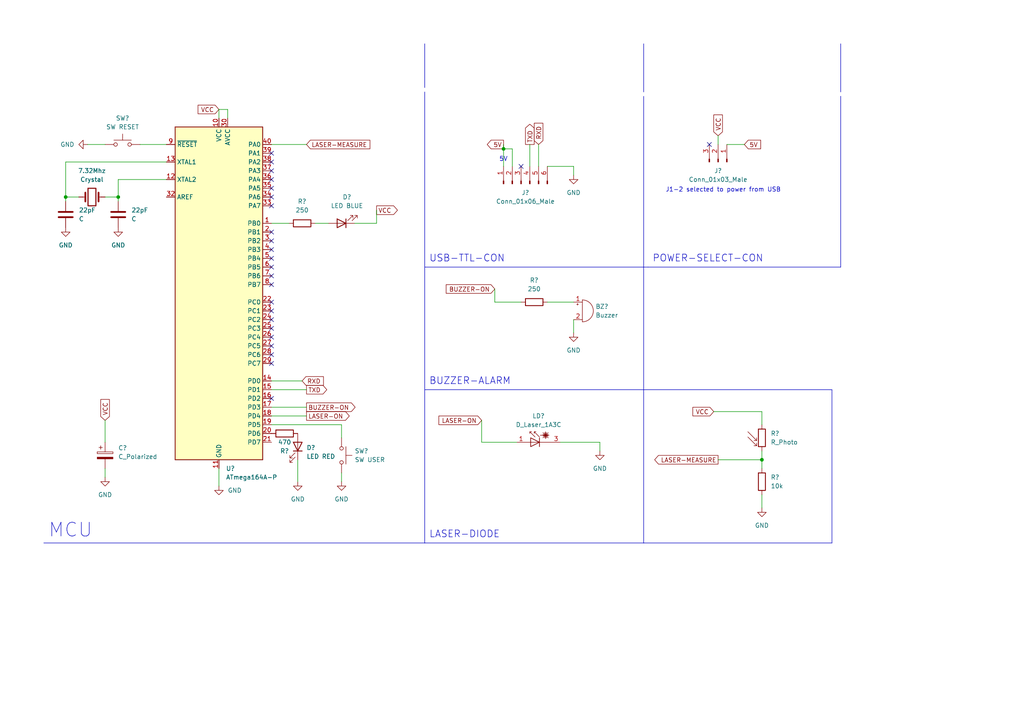
<source format=kicad_sch>
(kicad_sch (version 20230121) (generator eeschema)
  (paper "A4")
  (title_block (title "Laser-security-system") (date "31.05.2023") (rev "v1.0"))
  (lib_symbols
    (symbol "Connector:Conn_01x03_Male" (pin_names (offset 1.016) hide)
      (property "Reference" "J" (at 0 5.08 0))
      (property "Value" "Conn_01x03_Male" (at 0 -5.08 0))
      (symbol "Conn_01x03_Male_1_1"
        (polyline (pts (xy 1.27 -2.54) (xy 0.8636 -2.54)) (stroke (width 0.1524)))
        (polyline (pts (xy 1.27 0) (xy 0.8636 0)) (stroke (width 0.1524)))
        (polyline (pts (xy 1.27 2.54) (xy 0.8636 2.54)) (stroke (width 0.1524)))
        (rectangle (start 0.8636 -2.413) (end 0 -2.667) (stroke (width 0.1524)) (fill (type outline)))
        (rectangle (start 0.8636 0.127) (end 0 -0.127) (stroke (width 0.1524)) (fill (type outline)))
        (rectangle (start 0.8636 2.667) (end 0 2.413) (stroke (width 0.1524)) (fill (type outline)))
        (pin passive line (at 5.08 2.54 180) (length 3.81) (name "Pin_1") (number "1"))
        (pin passive line (at 5.08 0 180) (length 3.81) (name "Pin_2") (number "2"))
        (pin passive line (at 5.08 -2.54 180) (length 3.81) (name "Pin_3") (number "3"))
      )
    )
    (symbol "Connector:Conn_01x06_Male" (pin_names (offset 1.016) hide)
      (property "Reference" "J" (at 0 7.62 0))
      (property "Value" "Conn_01x06_Male" (at 0 -10.16 0))
      (symbol "Conn_01x06_Male_1_1"
        (polyline (pts (xy 1.27 -7.62) (xy 0.8636 -7.62)) (stroke (width 0.1524)))
        (polyline (pts (xy 1.27 -5.08) (xy 0.8636 -5.08)) (stroke (width 0.1524)))
        (polyline (pts (xy 1.27 -2.54) (xy 0.8636 -2.54)) (stroke (width 0.1524)))
        (polyline (pts (xy 1.27 0) (xy 0.8636 0)) (stroke (width 0.1524)))
        (polyline (pts (xy 1.27 2.54) (xy 0.8636 2.54)) (stroke (width 0.1524)))
        (polyline (pts (xy 1.27 5.08) (xy 0.8636 5.08)) (stroke (width 0.1524)))
        (rectangle (start 0.8636 -7.493) (end 0 -7.747) (stroke (width 0.1524)) (fill (type outline)))
        (rectangle (start 0.8636 -4.953) (end 0 -5.207) (stroke (width 0.1524)) (fill (type outline)))
        (rectangle (start 0.8636 -2.413) (end 0 -2.667) (stroke (width 0.1524)) (fill (type outline)))
        (rectangle (start 0.8636 0.127) (end 0 -0.127) (stroke (width 0.1524)) (fill (type outline)))
        (rectangle (start 0.8636 2.667) (end 0 2.413) (stroke (width 0.1524)) (fill (type outline)))
        (rectangle (start 0.8636 5.207) (end 0 4.953) (stroke (width 0.1524)) (fill (type outline)))
        (pin passive line (at 5.08 5.08 180) (length 3.81) (name "Pin_1") (number "1"))
        (pin passive line (at 5.08 2.54 180) (length 3.81) (name "Pin_2") (number "2"))
        (pin passive line (at 5.08 0 180) (length 3.81) (name "Pin_3") (number "3"))
        (pin passive line (at 5.08 -2.54 180) (length 3.81) (name "Pin_4") (number "4"))
        (pin passive line (at 5.08 -5.08 180) (length 3.81) (name "Pin_5") (number "5"))
        (pin passive line (at 5.08 -7.62 180) (length 3.81) (name "Pin_6") (number "6"))
      )
    )
    (symbol "Device:Buzzer" (pin_names (offset 0.0254) hide)
      (property "Reference" "BZ" (at 3.81 1.27 0))
      (property "Value" "Buzzer" (at 3.81 -1.27 0))
      (symbol "Buzzer_0_1"
        (arc (start 0 -3.175) (mid 3.1612 0) (end 0 3.175))
        (polyline (pts (xy -1.651 1.905) (xy -1.143 1.905)))
        (polyline (pts (xy -1.397 2.159) (xy -1.397 1.651)))
        (polyline (pts (xy 0 3.175) (xy 0 -3.175)))
      )
      (symbol "Buzzer_1_1"
        (pin passive line (at -2.54 2.54 0) (length 2.54) (name "-") (number "1"))
        (pin passive line (at -2.54 -2.54 0) (length 2.54) (name "+") (number "2"))
      )
    )
    (symbol "Device:C" (pin_numbers hide) (pin_names (offset 0.254))
      (property "Reference" "C" (at 0.635 2.54 0))
      (property "Value" "C" (at 0.635 -2.54 0))
      (symbol "C_0_1"
        (polyline (pts (xy -2.032 -0.762) (xy 2.032 -0.762)) (stroke (width 0.508)))
        (polyline (pts (xy -2.032 0.762) (xy 2.032 0.762)) (stroke (width 0.508)))
      )
      (symbol "C_1_1"
        (pin passive line (at 0 3.81 270) (length 2.794) (name "~") (number "1"))
        (pin passive line (at 0 -3.81 90) (length 2.794) (name "~") (number "2"))
      )
    )
    (symbol "Device:C_Polarized" (pin_numbers hide) (pin_names (offset 0.254))
      (property "Reference" "C" (at 0.635 2.54 0))
      (property "Value" "C_Polarized" (at 0.635 -2.54 0))
      (symbol "C_Polarized_0_1"
        (rectangle (start -2.286 0.508) (end 2.286 1.016))
        (polyline (pts (xy -1.778 2.286) (xy -0.762 2.286)))
        (polyline (pts (xy -1.27 2.794) (xy -1.27 1.778)))
        (rectangle (start 2.286 -0.508) (end -2.286 -1.016) (fill (type outline)))
      )
      (symbol "C_Polarized_1_1"
        (pin passive line (at 0 3.81 270) (length 2.794) (name "~") (number "1"))
        (pin passive line (at 0 -3.81 90) (length 2.794) (name "~") (number "2"))
      )
    )
    (symbol "Device:Crystal" (pin_numbers hide) (pin_names (offset 1.016) hide)
      (property "Reference" "Y" (at 0 3.81 0))
      (property "Value" "Crystal" (at 0 -3.81 0))
      (symbol "Crystal_0_1"
        (rectangle (start -1.143 2.54) (end 1.143 -2.54) (stroke (width 0.3048)))
        (polyline (pts (xy -2.54 0) (xy -1.905 0)))
        (polyline (pts (xy -1.905 -1.27) (xy -1.905 1.27)) (stroke (width 0.508)))
        (polyline (pts (xy 1.905 -1.27) (xy 1.905 1.27)) (stroke (width 0.508)))
        (polyline (pts (xy 2.54 0) (xy 1.905 0)))
      )
      (symbol "Crystal_1_1"
        (pin passive line (at -3.81 0 0) (length 1.27) (name "1") (number "1"))
        (pin passive line (at 3.81 0 180) (length 1.27) (name "2") (number "2"))
      )
    )
    (symbol "Device:D_Laser_1A3C" (pin_names (offset 1.016) hide)
      (property "Reference" "LD" (at -1.27 4.445 0))
      (property "Value" "D_Laser_1A3C" (at -1.27 -2.54 0))
      (symbol "D_Laser_1A3C_0_1"
        (polyline (pts (xy -4.064 1.27) (xy -2.54 2.794)))
        (polyline (pts (xy -4.064 1.778) (xy -2.54 2.286)))
        (polyline (pts (xy -4.064 2.286) (xy -2.54 1.778)))
        (polyline (pts (xy -4.064 2.794) (xy -2.54 1.27)))
        (polyline (pts (xy -3.556 2.794) (xy -3.048 1.27)))
        (polyline (pts (xy -3.302 2.032) (xy -3.302 1.016)))
        (polyline (pts (xy -3.302 2.032) (xy -3.302 3.048)))
        (polyline (pts (xy -3.048 2.794) (xy -3.556 1.27)))
        (polyline (pts (xy -1.778 2.032) (xy -4.318 2.032)))
        (polyline (pts (xy -1.524 1.27) (xy -1.524 -1.27)) (stroke (width 0.2032)))
        (polyline (pts (xy 1.27 3.048) (xy 0.762 3.048)))
        (polyline (pts (xy 2.54 0) (xy -5.08 0)))
        (polyline (pts (xy -0.254 1.524) (xy 1.27 3.048) (xy 1.27 2.54)))
        (polyline (pts (xy 1.016 1.27) (xy 1.016 -1.27) (xy -1.524 0) (xy 1.016 1.27)) (stroke (width 0.2032)))
        (polyline (pts (xy -1.524 1.524) (xy 0 3.048) (xy 0 2.54) (xy 0 3.048) (xy -0.508 3.048)))
      )
      (symbol "D_Laser_1A3C_1_1"
        (pin passive line (at 5.08 0 180) (length 2.54) (name "A") (number "1"))
        (pin passive line (at -7.62 0 0) (length 2.54) (name "K") (number "3"))
      )
    )
    (symbol "Device:LED" (pin_numbers hide) (pin_names (offset 1.016) hide)
      (property "Reference" "D" (at 0 2.54 0))
      (property "Value" "LED" (at 0 -2.54 0))
      (symbol "LED_0_1"
        (polyline (pts (xy -1.27 -1.27) (xy -1.27 1.27)) (stroke (width 0.254)))
        (polyline (pts (xy -1.27 0) (xy 1.27 0)))
        (polyline (pts (xy 1.27 -1.27) (xy 1.27 1.27) (xy -1.27 0) (xy 1.27 -1.27)) (stroke (width 0.254)))
        (polyline (pts (xy -3.048 -0.762) (xy -4.572 -2.286) (xy -3.81 -2.286) (xy -4.572 -2.286) (xy -4.572 -1.524)))
        (polyline (pts (xy -1.778 -0.762) (xy -3.302 -2.286) (xy -2.54 -2.286) (xy -3.302 -2.286) (xy -3.302 -1.524)))
      )
      (symbol "LED_1_1"
        (pin passive line (at -3.81 0 0) (length 2.54) (name "K") (number "1"))
        (pin passive line (at 3.81 0 180) (length 2.54) (name "A") (number "2"))
      )
    )
    (symbol "Device:R" (pin_numbers hide) (pin_names (offset 0))
      (property "Reference" "R" (at 2.032 0 90))
      (property "Value" "R" (at 0 0 90))
      (symbol "R_0_1"
        (rectangle (start -1.016 -2.54) (end 1.016 2.54) (stroke (width 0.254)))
      )
      (symbol "R_1_1"
        (pin passive line (at 0 3.81 270) (length 1.27) (name "~") (number "1"))
        (pin passive line (at 0 -3.81 90) (length 1.27) (name "~") (number "2"))
      )
    )
    (symbol "Device:R_Photo" (pin_numbers hide) (pin_names (offset 0))
      (property "Reference" "R" (at 1.27 1.27 0))
      (property "Value" "R_Photo" (at 1.27 0 0))
      (symbol "R_Photo_0_1"
        (rectangle (start -1.016 2.54) (end 1.016 -2.54) (stroke (width 0.254)))
        (polyline (pts (xy -1.524 -2.286) (xy -4.064 0.254)))
        (polyline (pts (xy -1.524 -2.286) (xy -2.286 -2.286)))
        (polyline (pts (xy -1.524 -2.286) (xy -1.524 -1.524)))
        (polyline (pts (xy -1.524 -0.762) (xy -4.064 1.778)))
        (polyline (pts (xy -1.524 -0.762) (xy -2.286 -0.762)))
        (polyline (pts (xy -1.524 -0.762) (xy -1.524 0)))
      )
      (symbol "R_Photo_1_1"
        (pin passive line (at 0 3.81 270) (length 1.27) (name "~") (number "1"))
        (pin passive line (at 0 -3.81 90) (length 1.27) (name "~") (number "2"))
      )
    )
    (symbol "MCU_Microchip_ATmega:ATmega164A-P"
      (property "Reference" "U" (at -12.7 49.53 0))
      (property "Value" "ATmega164A-P" (at 2.54 -49.53 0))
      (symbol "ATmega164A-P_0_1"
        (rectangle (start -12.7 -48.26) (end 12.7 48.26) (stroke (width 0.254)) (fill (type background)))
      )
      (symbol "ATmega164A-P_1_1"
        (pin bidirectional line (at 15.24 20.32 180) (length 2.54) (name "PB0") (number "1"))
        (pin power_in line (at 0 50.8 270) (length 2.54) (name "VCC") (number "10"))
        (pin power_in line (at 0 -50.8 90) (length 2.54) (name "GND") (number "11"))
        (pin output line (at -15.24 33.02 0) (length 2.54) (name "XTAL2") (number "12"))
        (pin input line (at -15.24 38.1 0) (length 2.54) (name "XTAL1") (number "13"))
        (pin bidirectional line (at 15.24 -25.4 180) (length 2.54) (name "PD0") (number "14"))
        (pin bidirectional line (at 15.24 -27.94 180) (length 2.54) (name "PD1") (number "15"))
        (pin bidirectional line (at 15.24 -30.48 180) (length 2.54) (name "PD2") (number "16"))
        (pin bidirectional line (at 15.24 -33.02 180) (length 2.54) (name "PD3") (number "17"))
        (pin bidirectional line (at 15.24 -35.56 180) (length 2.54) (name "PD4") (number "18"))
        (pin bidirectional line (at 15.24 -38.1 180) (length 2.54) (name "PD5") (number "19"))
        (pin bidirectional line (at 15.24 17.78 180) (length 2.54) (name "PB1") (number "2"))
        (pin bidirectional line (at 15.24 -40.64 180) (length 2.54) (name "PD6") (number "20"))
        (pin bidirectional line (at 15.24 -43.18 180) (length 2.54) (name "PD7") (number "21"))
        (pin bidirectional line (at 15.24 -2.54 180) (length 2.54) (name "PC0") (number "22"))
        (pin bidirectional line (at 15.24 -5.08 180) (length 2.54) (name "PC1") (number "23"))
        (pin bidirectional line (at 15.24 -7.62 180) (length 2.54) (name "PC2") (number "24"))
        (pin bidirectional line (at 15.24 -10.16 180) (length 2.54) (name "PC3") (number "25"))
        (pin bidirectional line (at 15.24 -12.7 180) (length 2.54) (name "PC4") (number "26"))
        (pin bidirectional line (at 15.24 -15.24 180) (length 2.54) (name "PC5") (number "27"))
        (pin bidirectional line (at 15.24 -17.78 180) (length 2.54) (name "PC6") (number "28"))
        (pin bidirectional line (at 15.24 -20.32 180) (length 2.54) (name "PC7") (number "29"))
        (pin bidirectional line (at 15.24 15.24 180) (length 2.54) (name "PB2") (number "3"))
        (pin power_in line (at 2.54 50.8 270) (length 2.54) (name "AVCC") (number "30"))
        (pin passive line (at 0 -50.8 90) (length 2.54) hide (name "GND") (number "31"))
        (pin passive line (at -15.24 27.94 0) (length 2.54) (name "AREF") (number "32"))
        (pin bidirectional line (at 15.24 25.4 180) (length 2.54) (name "PA7") (number "33"))
        (pin bidirectional line (at 15.24 27.94 180) (length 2.54) (name "PA6") (number "34"))
        (pin bidirectional line (at 15.24 30.48 180) (length 2.54) (name "PA5") (number "35"))
        (pin bidirectional line (at 15.24 33.02 180) (length 2.54) (name "PA4") (number "36"))
        (pin bidirectional line (at 15.24 35.56 180) (length 2.54) (name "PA3") (number "37"))
        (pin bidirectional line (at 15.24 38.1 180) (length 2.54) (name "PA2") (number "38"))
        (pin bidirectional line (at 15.24 40.64 180) (length 2.54) (name "PA1") (number "39"))
        (pin bidirectional line (at 15.24 12.7 180) (length 2.54) (name "PB3") (number "4"))
        (pin bidirectional line (at 15.24 43.18 180) (length 2.54) (name "PA0") (number "40"))
        (pin bidirectional line (at 15.24 10.16 180) (length 2.54) (name "PB4") (number "5"))
        (pin bidirectional line (at 15.24 7.62 180) (length 2.54) (name "PB5") (number "6"))
        (pin bidirectional line (at 15.24 5.08 180) (length 2.54) (name "PB6") (number "7"))
        (pin bidirectional line (at 15.24 2.54 180) (length 2.54) (name "PB7") (number "8"))
        (pin input line (at -15.24 43.18 0) (length 2.54) (name "~{RESET}") (number "9"))
      )
    )
    (symbol "Switch:SW_Push" (pin_numbers hide) (pin_names (offset 1.016) hide)
      (property "Reference" "SW" (at 1.27 2.54 0))
      (property "Value" "SW_Push" (at 0 -1.524 0))
      (symbol "SW_Push_0_1"
        (circle (center -2.032 0) (radius 0.508))
        (polyline (pts (xy 0 1.27) (xy 0 3.048)))
        (polyline (pts (xy 2.54 1.27) (xy -2.54 1.27)))
        (circle (center 2.032 0) (radius 0.508))
        (pin passive line (at -5.08 0 0) (length 2.54) (name "1") (number "1"))
        (pin passive line (at 5.08 0 180) (length 2.54) (name "2") (number "2"))
      )
    )
    (symbol "power:GND" (power) (pin_names (offset 0))
      (property "Value" "GND" (at 0 -3.81 0))
      (symbol "GND_0_1"
        (polyline (pts (xy 0 0) (xy 0 -1.27) (xy 1.27 -1.27) (xy 0 -2.54) (xy -1.27 -1.27) (xy 0 -1.27)))
      )
      (symbol "GND_1_1"
        (pin power_in line (at 0 0 270) (length 0) hide (name "GND") (number "1"))
      )
    )
  )
  (junction (at 34.29 57.15))
  (junction (at 146.05 43.18))
  (junction (at 19.05 57.15))
  (junction (at 220.98 133.35))
  (no_connect (at 78.74 80.01))
  (no_connect (at 78.74 49.53))
  (no_connect (at 78.74 100.33))
  (no_connect (at 78.74 46.99))
  (no_connect (at 78.74 54.61))
  (no_connect (at 78.74 59.69))
  (no_connect (at 78.74 87.63))
  (no_connect (at 151.13 48.26))
  (no_connect (at 78.74 74.93))
  (no_connect (at 78.74 95.25))
  (no_connect (at 78.74 92.71))
  (no_connect (at 78.74 77.47))
  (no_connect (at 78.74 69.85))
  (no_connect (at 78.74 105.41))
  (no_connect (at 78.74 57.15))
  (no_connect (at 78.74 82.55))
  (no_connect (at 78.74 115.57))
  (no_connect (at 78.74 90.17))
  (no_connect (at 78.74 67.31))
  (no_connect (at 78.74 97.79))
  (no_connect (at 205.74 41.91))
  (no_connect (at 78.74 44.45))
  (no_connect (at 78.74 102.87))
  (no_connect (at 78.74 72.39))
  (no_connect (at 78.74 52.07))
  (wire (pts (xy 99.06 137.16) (xy 99.06 139.7)))
  (polyline (pts (xy 186.69 113.03) (xy 123.19 113.03)))
  (wire (pts (xy 173.99 130.81) (xy 173.99 128.27)))
  (polyline (pts (xy 123.19 12.7) (xy 123.19 25.4)))
  (wire (pts (xy 139.7 128.27) (xy 149.86 128.27)))
  (wire (pts (xy 78.74 41.91) (xy 88.9 41.91)))
  (wire (pts (xy 143.51 83.82) (xy 143.51 87.63)))
  (wire (pts (xy 153.67 41.91) (xy 153.67 48.26)))
  (wire (pts (xy 99.06 123.19) (xy 99.06 127)))
  (wire (pts (xy 63.5 31.75) (xy 66.04 31.75)))
  (wire (pts (xy 34.29 57.15) (xy 30.48 57.15)))
  (wire (pts (xy 208.28 133.35) (xy 220.98 133.35)))
  (wire (pts (xy 63.5 135.89) (xy 63.5 140.97)))
  (polyline (pts (xy 186.69 12.7) (xy 186.69 26.67)))
  (polyline (pts (xy 243.84 27.94) (xy 243.84 27.94)))
  (wire (pts (xy 109.22 60.96) (xy 109.22 64.77)))
  (wire (pts (xy 220.98 133.35) (xy 220.98 135.89)))
  (wire (pts (xy 166.37 92.71) (xy 166.37 96.52)))
  (wire (pts (xy 78.74 110.49) (xy 87.63 110.49)))
  (wire (pts (xy 63.5 31.75) (xy 63.5 34.29)))
  (wire (pts (xy 19.05 57.15) (xy 22.86 57.15)))
  (wire (pts (xy 34.29 52.07) (xy 34.29 57.15)))
  (polyline (pts (xy 241.3 113.03) (xy 241.3 157.48)))
  (polyline (pts (xy 186.69 77.47) (xy 186.69 113.03)))
  (wire (pts (xy 34.29 52.07) (xy 48.26 52.07)))
  (wire (pts (xy 158.75 87.63) (xy 166.37 87.63)))
  (wire (pts (xy 207.01 119.38) (xy 220.98 119.38)))
  (wire (pts (xy 146.05 43.18) (xy 146.05 48.26)))
  (wire (pts (xy 220.98 130.81) (xy 220.98 133.35)))
  (wire (pts (xy 78.74 118.11) (xy 88.9 118.11)))
  (polyline (pts (xy 241.3 157.48) (xy 186.69 157.48)))
  (polyline (pts (xy 186.69 77.47) (xy 187.96 77.47)))
  (polyline (pts (xy 186.69 27.94) (xy 186.69 77.47)))
  (polyline (pts (xy 123.19 157.48) (xy 186.69 157.48)))
  (wire (pts (xy 25.4 41.91) (xy 30.48 41.91)))
  (wire (pts (xy 220.98 143.51) (xy 220.98 147.32)))
  (wire (pts (xy 30.48 135.89) (xy 30.48 138.43)))
  (wire (pts (xy 48.26 46.99) (xy 19.05 46.99)))
  (wire (pts (xy 19.05 46.99) (xy 19.05 57.15)))
  (wire (pts (xy 146.05 41.91) (xy 146.05 43.18)))
  (wire (pts (xy 40.64 41.91) (xy 48.26 41.91)))
  (wire (pts (xy 91.44 64.77) (xy 95.25 64.77)))
  (wire (pts (xy 30.48 121.92) (xy 30.48 128.27)))
  (wire (pts (xy 78.74 123.19) (xy 99.06 123.19)))
  (polyline (pts (xy 123.19 77.47) (xy 186.69 77.47)))
  (wire (pts (xy 156.21 41.91) (xy 156.21 48.26)))
  (wire (pts (xy 78.74 113.03) (xy 88.9 113.03)))
  (polyline (pts (xy 186.69 157.48) (xy 186.69 113.03)))
  (wire (pts (xy 208.28 39.37) (xy 208.28 41.91)))
  (wire (pts (xy 86.36 139.7) (xy 86.36 133.35)))
  (wire (pts (xy 151.13 87.63) (xy 143.51 87.63)))
  (wire (pts (xy 34.29 58.42) (xy 34.29 57.15)))
  (wire (pts (xy 78.74 64.77) (xy 83.82 64.77)))
  (wire (pts (xy 210.82 41.91) (xy 215.9 41.91)))
  (wire (pts (xy 166.37 48.26) (xy 166.37 50.8)))
  (wire (pts (xy 78.74 120.65) (xy 88.9 120.65)))
  (wire (pts (xy 173.99 128.27) (xy 162.56 128.27)))
  (wire (pts (xy 146.05 43.18) (xy 148.59 43.18)))
  (wire (pts (xy 148.59 48.26) (xy 148.59 43.18)))
  (polyline (pts (xy 243.84 12.7) (xy 243.84 26.67)))
  (polyline (pts (xy 123.19 26.67) (xy 123.19 157.48)))
  (polyline (pts (xy 186.69 113.03) (xy 241.3 113.03)))
  (wire (pts (xy 19.05 58.42) (xy 19.05 57.15)))
  (wire (pts (xy 158.75 48.26) (xy 166.37 48.26)))
  (wire (pts (xy 66.04 34.29) (xy 66.04 31.75)))
  (polyline (pts (xy 243.84 27.94) (xy 243.84 77.47)))
  (polyline (pts (xy 187.96 77.47) (xy 243.84 77.47)))
  (wire (pts (xy 139.7 121.92) (xy 139.7 128.27)))
  (wire (pts (xy 102.87 64.77) (xy 109.22 64.77)))
  (wire (pts (xy 220.98 123.19) (xy 220.98 119.38)))
  (polyline (pts (xy 12.7 157.48) (xy 123.19 157.48)))
  (text "BUZZER-ALARM\n" (at 124.46 111.76 0) (effects (font (size 2 2)) (justify left bottom)))
  (text "LASER-DIODE" (at 124.46 156.21 0) (effects (font (size 2 2)) (justify left bottom)))
  (text "5V" (at 144.78 46.99 0) (effects (font (size 1.27 1.27)) (justify left bottom)))
  (text "MCU" (at 13.97 156.21 0) (effects (font (size 4 4)) (justify left bottom)))
  (text "J1-2 selected to power from USB\n" (at 193.04 55.88 0) (effects (font (size 1.27 1.27)) (justify left bottom)))
  (text "POWER-SELECT-CON" (at 189.23 76.2 0) (effects (font (size 2 2)) (justify left bottom)))
  (text "USB-TTL-CON" (at 124.46 76.2 0) (effects (font (size 2 2)) (justify left bottom)))
  (global_label "VCC" (shape input) (at 30.48 121.92 90) (property "Intersheetrefs" "${INTERSHEET_REFS}" (effects hide)))
  (global_label "VCC" (shape input) (at 208.28 39.37 90) (property "Intersheetrefs" "${INTERSHEET_REFS}" (effects hide)))
  (global_label "TXD" (shape output) (at 88.9 113.03 0) (property "Intersheetrefs" "${INTERSHEET_REFS}" (effects hide)))
  (global_label "VCC" (shape input) (at 207.01 119.38 180) (property "Intersheetrefs" "${INTERSHEET_REFS}" (effects hide)))
  (global_label "RXD" (shape input) (at 156.21 41.91 90) (property "Intersheetrefs" "${INTERSHEET_REFS}" (effects hide)))
  (global_label "5V" (shape output) (at 146.05 41.91 180) (property "Intersheetrefs" "${INTERSHEET_REFS}" (effects hide)))
  (global_label "BUZZER-ON" (shape input) (at 143.51 83.82 180) (property "Intersheetrefs" "${INTERSHEET_REFS}" (effects hide)))
  (global_label "LASER-MEASURE" (shape input) (at 88.9 41.91 0) (property "Intersheetrefs" "${INTERSHEET_REFS}" (effects hide)))
  (global_label "LASER-ON" (shape input) (at 139.7 121.92 180) (property "Intersheetrefs" "${INTERSHEET_REFS}" (effects hide)))
  (global_label "RXD" (shape input) (at 87.63 110.49 0) (property "Intersheetrefs" "${INTERSHEET_REFS}" (effects hide)))
  (global_label "5V" (shape input) (at 215.9 41.91 0) (property "Intersheetrefs" "${INTERSHEET_REFS}" (effects hide)))
  (global_label "LASER-ON" (shape output) (at 88.9 120.65 0) (property "Intersheetrefs" "${INTERSHEET_REFS}" (effects hide)))
  (global_label "VCC" (shape input) (at 63.5 31.75 180) (property "Intersheetrefs" "${INTERSHEET_REFS}" (effects hide)))
  (global_label "LASER-MEASURE" (shape output) (at 208.28 133.35 180) (property "Intersheetrefs" "${INTERSHEET_REFS}" (effects hide)))
  (global_label "TXD" (shape output) (at 153.67 41.91 90) (property "Intersheetrefs" "${INTERSHEET_REFS}" (effects hide)))
  (global_label "VCC" (shape output) (at 109.22 60.96 0) (property "Intersheetrefs" "${INTERSHEET_REFS}" (effects hide)))
  (global_label "BUZZER-ON" (shape output) (at 88.9 118.11 0) (property "Intersheetrefs" "${INTERSHEET_REFS}" (effects hide)))
  (symbol (lib_id "Device:R") (at 87.63 64.77 90) (unit 1)
    (property "Reference" "R?" (at 87.63 58.42 90))
    (property "Value" "250" (at 87.63 60.96 90))
  )
  (symbol (lib_id "Connector:Conn_01x06_Male") (at 151.13 53.34 90) (unit 1)
    (property "Reference" "J?" (at 152.4 55.88 90))
    (property "Value" "Conn_01x06_Male" (at 152.4 58.42 90))
  )
  (symbol (lib_id "Device:C") (at 19.05 62.23 0) (unit 1)
    (property "Reference" "22pF" (at 22.86 60.9599 0) (effects (justify left)))
    (property "Value" "C" (at 22.86 63.4999 0) (effects (justify left)))
  )
  (symbol (lib_id "Device:R_Photo") (at 220.98 127 0) (unit 1)
    (property "Reference" "R?" (at 223.52 125.7299 0) (effects (justify left)))
    (property "Value" "R_Photo" (at 223.52 128.2699 0) (effects (justify left)))
  )
  (symbol (lib_id "power:GND") (at 30.48 138.43 0) (unit 1)
    (property "Reference" "#PWR?" (effects hide))
    (property "Value" "GND" (at 30.48 143.51 0))
  )
  (symbol (lib_id "power:GND") (at 99.06 139.7 0) (unit 1)
    (property "Reference" "#PWR?" (effects hide))
    (property "Value" "GND" (at 99.06 144.78 0))
  )
  (symbol (lib_id "power:GND") (at 166.37 96.52 0) (unit 1)
    (property "Reference" "#PWR?" (effects hide))
    (property "Value" "GND" (at 166.37 101.6 0))
  )
  (symbol (lib_id "Switch:SW_Push") (at 99.06 132.08 270) (unit 1)
    (property "Reference" "SW?" (at 102.87 130.8099 90) (effects (justify left)))
    (property "Value" "SW USER" (at 102.87 133.3499 90) (effects (justify left)))
  )
  (symbol (lib_id "power:GND") (at 34.29 66.04 0) (unit 1)
    (property "Reference" "#PWR?" (effects hide))
    (property "Value" "GND" (at 34.29 71.12 0))
  )
  (symbol (lib_id "Device:LED") (at 86.36 129.54 270) (mirror x) (unit 1)
    (property "Reference" "D?" (at 88.9 129.8574 90) (effects (justify left)))
    (property "Value" "LED RED" (at 88.9 132.3974 90) (effects (justify left)))
  )
  (symbol (lib_id "power:GND") (at 63.5 140.97 0) (unit 1)
    (property "Reference" "#PWR?" (effects hide))
    (property "Value" "GND" (at 66.04 142.2399 0) (effects (justify left)))
  )
  (symbol (lib_id "Device:C") (at 34.29 62.23 0) (unit 1)
    (property "Reference" "22pF" (at 38.1 60.9599 0) (effects (justify left)))
    (property "Value" "C" (at 38.1 63.4999 0) (effects (justify left)))
  )
  (symbol (lib_id "power:GND") (at 173.99 130.81 0) (unit 1)
    (property "Reference" "#PWR?" (effects hide))
    (property "Value" "GND" (at 173.99 135.89 0))
  )
  (symbol (lib_id "Device:R") (at 154.94 87.63 270) (unit 1)
    (property "Reference" "R?" (at 154.94 81.28 90))
    (property "Value" "250" (at 154.94 83.82 90))
  )
  (symbol (lib_id "Device:Crystal") (at 26.67 57.15 0) (unit 1)
    (property "Reference" "7.32Mhz" (at 26.67 49.53 0))
    (property "Value" "Crystal" (at 26.67 52.07 0))
  )
  (symbol (lib_id "power:GND") (at 166.37 50.8 0) (unit 1)
    (property "Reference" "#PWR?" (effects hide))
    (property "Value" "GND" (at 166.37 55.88 0))
  )
  (symbol (lib_id "Switch:SW_Push") (at 35.56 41.91 0) (unit 1)
    (property "Reference" "SW?" (at 35.56 34.29 0))
    (property "Value" "SW RESET" (at 35.56 36.83 0))
  )
  (symbol (lib_id "power:GND") (at 19.05 66.04 0) (unit 1)
    (property "Reference" "#PWR?" (effects hide))
    (property "Value" "GND" (at 19.05 71.12 0))
  )
  (symbol (lib_id "Device:R") (at 220.98 139.7 0) (unit 1)
    (property "Reference" "R?" (at 223.52 138.4299 0) (effects (justify left)))
    (property "Value" "10k" (at 223.52 140.9699 0) (effects (justify left)))
  )
  (symbol (lib_id "Device:C_Polarized") (at 30.48 132.08 0) (unit 1)
    (property "Reference" "C?" (at 34.29 129.9209 0) (effects (justify left)))
    (property "Value" "C_Polarized" (at 34.29 132.4609 0) (effects (justify left)))
  )
  (symbol (lib_id "power:GND") (at 25.4 41.91 270) (unit 1)
    (property "Reference" "#PWR?" (effects hide))
    (property "Value" "GND" (at 21.59 41.9099 90) (effects (justify right)))
  )
  (symbol (lib_id "Device:Buzzer") (at 168.91 90.17 0) (unit 1)
    (property "Reference" "BZ?" (at 172.72 88.8999 0) (effects (justify left)))
    (property "Value" "Buzzer" (at 172.72 91.4399 0) (effects (justify left)))
  )
  (symbol (lib_id "Device:D_Laser_1A3C") (at 154.94 128.27 0) (mirror y) (unit 1)
    (property "Reference" "LD?" (at 156.21 120.65 0))
    (property "Value" "D_Laser_1A3C" (at 156.21 123.19 0))
  )
  (symbol (lib_id "Connector:Conn_01x03_Male") (at 208.28 46.99 270) (mirror x) (unit 1)
    (property "Reference" "J?" (at 208.28 49.53 90))
    (property "Value" "Conn_01x03_Male" (at 208.28 52.07 90))
  )
  (symbol (lib_id "MCU_Microchip_ATmega:ATmega164A-P") (at 63.5 85.09 0) (unit 1)
    (property "Reference" "U?" (at 65.5194 135.89 0) (effects (justify left)))
    (property "Value" "ATmega164A-P" (at 65.5194 138.43 0) (effects (justify left)))
    (property "Footprint" "Package_DIP:DIP-40_W15.24mm" (effects hide))
    (property "Datasheet" "http://ww1.microchip.com/downloads/en/DeviceDoc/Atmel-8272-8-bit-AVR-microcontroller-ATmega164A_PA-324A_PA-644A_PA-1284_P_datasheet.pdf" (effects hide))
  )
  (symbol (lib_id "Device:LED") (at 99.06 64.77 180) (unit 1)
    (property "Reference" "D?" (at 100.6475 57.15 0))
    (property "Value" "LED BLUE" (at 100.6475 59.69 0))
  )
  (symbol (lib_id "power:GND") (at 86.36 139.7 0) (unit 1)
    (property "Reference" "#PWR?" (effects hide))
    (property "Value" "GND" (at 86.36 144.78 0))
  )
  (symbol (lib_id "Device:R") (at 82.55 125.73 90) (unit 1)
    (property "Reference" "R?" (at 82.55 130.81 90))
    (property "Value" "470" (at 82.55 128.27 90))
  )
  (symbol (lib_id "power:GND") (at 220.98 147.32 0) (unit 1)
    (property "Reference" "#PWR?" (effects hide))
    (property "Value" "GND" (at 220.98 152.4 0))
  )
)
</source>
